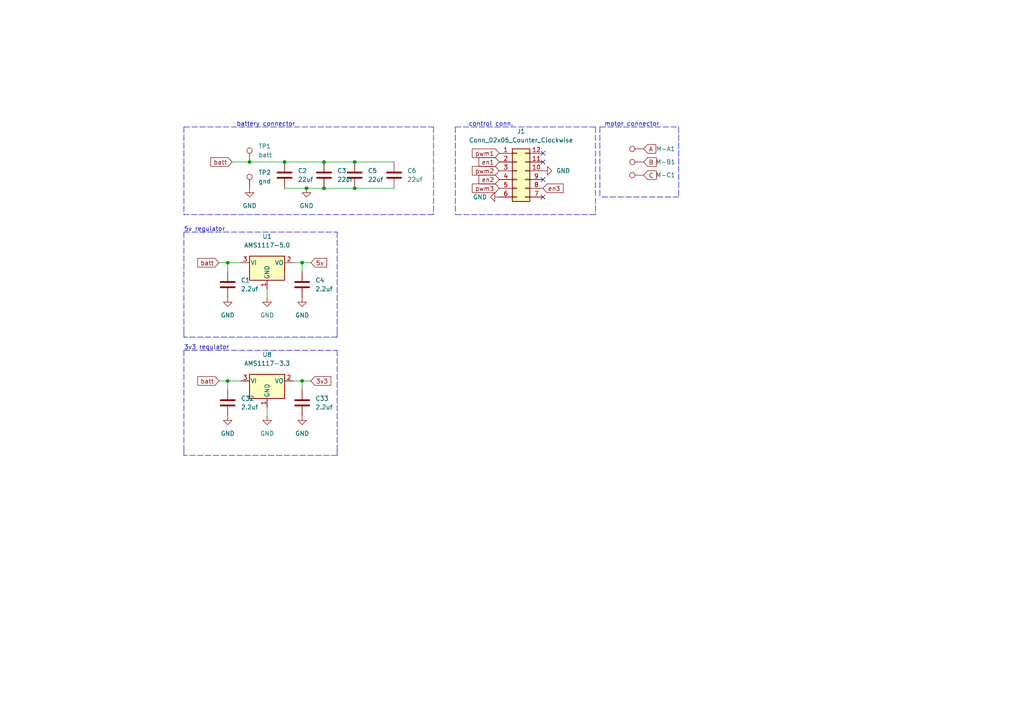
<source format=kicad_sch>
(kicad_sch (version 20211123) (generator eeschema)

  (uuid ef4d01fd-672a-457a-bb01-968dfe5d0381)

  (paper "A4")

  (lib_symbols
    (symbol "Connector:TestPoint" (pin_numbers hide) (pin_names (offset 0.762) hide) (in_bom yes) (on_board yes)
      (property "Reference" "TP" (id 0) (at 0 6.858 0)
        (effects (font (size 1.27 1.27)))
      )
      (property "Value" "TestPoint" (id 1) (at 0 5.08 0)
        (effects (font (size 1.27 1.27)))
      )
      (property "Footprint" "" (id 2) (at 5.08 0 0)
        (effects (font (size 1.27 1.27)) hide)
      )
      (property "Datasheet" "~" (id 3) (at 5.08 0 0)
        (effects (font (size 1.27 1.27)) hide)
      )
      (property "ki_keywords" "test point tp" (id 4) (at 0 0 0)
        (effects (font (size 1.27 1.27)) hide)
      )
      (property "ki_description" "test point" (id 5) (at 0 0 0)
        (effects (font (size 1.27 1.27)) hide)
      )
      (property "ki_fp_filters" "Pin* Test*" (id 6) (at 0 0 0)
        (effects (font (size 1.27 1.27)) hide)
      )
      (symbol "TestPoint_0_1"
        (circle (center 0 3.302) (radius 0.762)
          (stroke (width 0) (type default) (color 0 0 0 0))
          (fill (type none))
        )
      )
      (symbol "TestPoint_1_1"
        (pin passive line (at 0 0 90) (length 2.54)
          (name "1" (effects (font (size 1.27 1.27))))
          (number "1" (effects (font (size 1.27 1.27))))
        )
      )
    )
    (symbol "Connector_Generic:Conn_02x06_Counter_Clockwise" (pin_names (offset 1.016) hide) (in_bom yes) (on_board yes)
      (property "Reference" "J" (id 0) (at 1.27 7.62 0)
        (effects (font (size 1.27 1.27)))
      )
      (property "Value" "Conn_02x06_Counter_Clockwise" (id 1) (at 1.27 -10.16 0)
        (effects (font (size 1.27 1.27)))
      )
      (property "Footprint" "" (id 2) (at 0 0 0)
        (effects (font (size 1.27 1.27)) hide)
      )
      (property "Datasheet" "~" (id 3) (at 0 0 0)
        (effects (font (size 1.27 1.27)) hide)
      )
      (property "ki_keywords" "connector" (id 4) (at 0 0 0)
        (effects (font (size 1.27 1.27)) hide)
      )
      (property "ki_description" "Generic connector, double row, 02x06, counter clockwise pin numbering scheme (similar to DIP package numbering), script generated (kicad-library-utils/schlib/autogen/connector/)" (id 5) (at 0 0 0)
        (effects (font (size 1.27 1.27)) hide)
      )
      (property "ki_fp_filters" "Connector*:*_2x??_*" (id 6) (at 0 0 0)
        (effects (font (size 1.27 1.27)) hide)
      )
      (symbol "Conn_02x06_Counter_Clockwise_1_1"
        (rectangle (start -1.27 -7.493) (end 0 -7.747)
          (stroke (width 0.1524) (type default) (color 0 0 0 0))
          (fill (type none))
        )
        (rectangle (start -1.27 -4.953) (end 0 -5.207)
          (stroke (width 0.1524) (type default) (color 0 0 0 0))
          (fill (type none))
        )
        (rectangle (start -1.27 -2.413) (end 0 -2.667)
          (stroke (width 0.1524) (type default) (color 0 0 0 0))
          (fill (type none))
        )
        (rectangle (start -1.27 0.127) (end 0 -0.127)
          (stroke (width 0.1524) (type default) (color 0 0 0 0))
          (fill (type none))
        )
        (rectangle (start -1.27 2.667) (end 0 2.413)
          (stroke (width 0.1524) (type default) (color 0 0 0 0))
          (fill (type none))
        )
        (rectangle (start -1.27 5.207) (end 0 4.953)
          (stroke (width 0.1524) (type default) (color 0 0 0 0))
          (fill (type none))
        )
        (rectangle (start -1.27 6.35) (end 3.81 -8.89)
          (stroke (width 0.254) (type default) (color 0 0 0 0))
          (fill (type background))
        )
        (rectangle (start 3.81 -7.493) (end 2.54 -7.747)
          (stroke (width 0.1524) (type default) (color 0 0 0 0))
          (fill (type none))
        )
        (rectangle (start 3.81 -4.953) (end 2.54 -5.207)
          (stroke (width 0.1524) (type default) (color 0 0 0 0))
          (fill (type none))
        )
        (rectangle (start 3.81 -2.413) (end 2.54 -2.667)
          (stroke (width 0.1524) (type default) (color 0 0 0 0))
          (fill (type none))
        )
        (rectangle (start 3.81 0.127) (end 2.54 -0.127)
          (stroke (width 0.1524) (type default) (color 0 0 0 0))
          (fill (type none))
        )
        (rectangle (start 3.81 2.667) (end 2.54 2.413)
          (stroke (width 0.1524) (type default) (color 0 0 0 0))
          (fill (type none))
        )
        (rectangle (start 3.81 5.207) (end 2.54 4.953)
          (stroke (width 0.1524) (type default) (color 0 0 0 0))
          (fill (type none))
        )
        (pin passive line (at -5.08 5.08 0) (length 3.81)
          (name "Pin_1" (effects (font (size 1.27 1.27))))
          (number "1" (effects (font (size 1.27 1.27))))
        )
        (pin passive line (at 7.62 0 180) (length 3.81)
          (name "Pin_10" (effects (font (size 1.27 1.27))))
          (number "10" (effects (font (size 1.27 1.27))))
        )
        (pin passive line (at 7.62 2.54 180) (length 3.81)
          (name "Pin_11" (effects (font (size 1.27 1.27))))
          (number "11" (effects (font (size 1.27 1.27))))
        )
        (pin passive line (at 7.62 5.08 180) (length 3.81)
          (name "Pin_12" (effects (font (size 1.27 1.27))))
          (number "12" (effects (font (size 1.27 1.27))))
        )
        (pin passive line (at -5.08 2.54 0) (length 3.81)
          (name "Pin_2" (effects (font (size 1.27 1.27))))
          (number "2" (effects (font (size 1.27 1.27))))
        )
        (pin passive line (at -5.08 0 0) (length 3.81)
          (name "Pin_3" (effects (font (size 1.27 1.27))))
          (number "3" (effects (font (size 1.27 1.27))))
        )
        (pin passive line (at -5.08 -2.54 0) (length 3.81)
          (name "Pin_4" (effects (font (size 1.27 1.27))))
          (number "4" (effects (font (size 1.27 1.27))))
        )
        (pin passive line (at -5.08 -5.08 0) (length 3.81)
          (name "Pin_5" (effects (font (size 1.27 1.27))))
          (number "5" (effects (font (size 1.27 1.27))))
        )
        (pin passive line (at -5.08 -7.62 0) (length 3.81)
          (name "Pin_6" (effects (font (size 1.27 1.27))))
          (number "6" (effects (font (size 1.27 1.27))))
        )
        (pin passive line (at 7.62 -7.62 180) (length 3.81)
          (name "Pin_7" (effects (font (size 1.27 1.27))))
          (number "7" (effects (font (size 1.27 1.27))))
        )
        (pin passive line (at 7.62 -5.08 180) (length 3.81)
          (name "Pin_8" (effects (font (size 1.27 1.27))))
          (number "8" (effects (font (size 1.27 1.27))))
        )
        (pin passive line (at 7.62 -2.54 180) (length 3.81)
          (name "Pin_9" (effects (font (size 1.27 1.27))))
          (number "9" (effects (font (size 1.27 1.27))))
        )
      )
    )
    (symbol "Device:C" (pin_numbers hide) (pin_names (offset 0.254)) (in_bom yes) (on_board yes)
      (property "Reference" "C" (id 0) (at 0.635 2.54 0)
        (effects (font (size 1.27 1.27)) (justify left))
      )
      (property "Value" "C" (id 1) (at 0.635 -2.54 0)
        (effects (font (size 1.27 1.27)) (justify left))
      )
      (property "Footprint" "" (id 2) (at 0.9652 -3.81 0)
        (effects (font (size 1.27 1.27)) hide)
      )
      (property "Datasheet" "~" (id 3) (at 0 0 0)
        (effects (font (size 1.27 1.27)) hide)
      )
      (property "ki_keywords" "cap capacitor" (id 4) (at 0 0 0)
        (effects (font (size 1.27 1.27)) hide)
      )
      (property "ki_description" "Unpolarized capacitor" (id 5) (at 0 0 0)
        (effects (font (size 1.27 1.27)) hide)
      )
      (property "ki_fp_filters" "C_*" (id 6) (at 0 0 0)
        (effects (font (size 1.27 1.27)) hide)
      )
      (symbol "C_0_1"
        (polyline
          (pts
            (xy -2.032 -0.762)
            (xy 2.032 -0.762)
          )
          (stroke (width 0.508) (type default) (color 0 0 0 0))
          (fill (type none))
        )
        (polyline
          (pts
            (xy -2.032 0.762)
            (xy 2.032 0.762)
          )
          (stroke (width 0.508) (type default) (color 0 0 0 0))
          (fill (type none))
        )
      )
      (symbol "C_1_1"
        (pin passive line (at 0 3.81 270) (length 2.794)
          (name "~" (effects (font (size 1.27 1.27))))
          (number "1" (effects (font (size 1.27 1.27))))
        )
        (pin passive line (at 0 -3.81 90) (length 2.794)
          (name "~" (effects (font (size 1.27 1.27))))
          (number "2" (effects (font (size 1.27 1.27))))
        )
      )
    )
    (symbol "Regulator_Linear:AMS1117-3.3" (pin_names (offset 0.254)) (in_bom yes) (on_board yes)
      (property "Reference" "U" (id 0) (at -3.81 3.175 0)
        (effects (font (size 1.27 1.27)))
      )
      (property "Value" "AMS1117-3.3" (id 1) (at 0 3.175 0)
        (effects (font (size 1.27 1.27)) (justify left))
      )
      (property "Footprint" "Package_TO_SOT_SMD:SOT-223-3_TabPin2" (id 2) (at 0 5.08 0)
        (effects (font (size 1.27 1.27)) hide)
      )
      (property "Datasheet" "http://www.advanced-monolithic.com/pdf/ds1117.pdf" (id 3) (at 2.54 -6.35 0)
        (effects (font (size 1.27 1.27)) hide)
      )
      (property "ki_keywords" "linear regulator ldo fixed positive" (id 4) (at 0 0 0)
        (effects (font (size 1.27 1.27)) hide)
      )
      (property "ki_description" "1A Low Dropout regulator, positive, 3.3V fixed output, SOT-223" (id 5) (at 0 0 0)
        (effects (font (size 1.27 1.27)) hide)
      )
      (property "ki_fp_filters" "SOT?223*TabPin2*" (id 6) (at 0 0 0)
        (effects (font (size 1.27 1.27)) hide)
      )
      (symbol "AMS1117-3.3_0_1"
        (rectangle (start -5.08 -5.08) (end 5.08 1.905)
          (stroke (width 0.254) (type default) (color 0 0 0 0))
          (fill (type background))
        )
      )
      (symbol "AMS1117-3.3_1_1"
        (pin power_in line (at 0 -7.62 90) (length 2.54)
          (name "GND" (effects (font (size 1.27 1.27))))
          (number "1" (effects (font (size 1.27 1.27))))
        )
        (pin power_out line (at 7.62 0 180) (length 2.54)
          (name "VO" (effects (font (size 1.27 1.27))))
          (number "2" (effects (font (size 1.27 1.27))))
        )
        (pin power_in line (at -7.62 0 0) (length 2.54)
          (name "VI" (effects (font (size 1.27 1.27))))
          (number "3" (effects (font (size 1.27 1.27))))
        )
      )
    )
    (symbol "Regulator_Linear:AMS1117-5.0" (pin_names (offset 0.254)) (in_bom yes) (on_board yes)
      (property "Reference" "U" (id 0) (at -3.81 3.175 0)
        (effects (font (size 1.27 1.27)))
      )
      (property "Value" "AMS1117-5.0" (id 1) (at 0 3.175 0)
        (effects (font (size 1.27 1.27)) (justify left))
      )
      (property "Footprint" "Package_TO_SOT_SMD:SOT-223-3_TabPin2" (id 2) (at 0 5.08 0)
        (effects (font (size 1.27 1.27)) hide)
      )
      (property "Datasheet" "http://www.advanced-monolithic.com/pdf/ds1117.pdf" (id 3) (at 2.54 -6.35 0)
        (effects (font (size 1.27 1.27)) hide)
      )
      (property "ki_keywords" "linear regulator ldo fixed positive" (id 4) (at 0 0 0)
        (effects (font (size 1.27 1.27)) hide)
      )
      (property "ki_description" "1A Low Dropout regulator, positive, 5.0V fixed output, SOT-223" (id 5) (at 0 0 0)
        (effects (font (size 1.27 1.27)) hide)
      )
      (property "ki_fp_filters" "SOT?223*TabPin2*" (id 6) (at 0 0 0)
        (effects (font (size 1.27 1.27)) hide)
      )
      (symbol "AMS1117-5.0_0_1"
        (rectangle (start -5.08 -5.08) (end 5.08 1.905)
          (stroke (width 0.254) (type default) (color 0 0 0 0))
          (fill (type background))
        )
      )
      (symbol "AMS1117-5.0_1_1"
        (pin power_in line (at 0 -7.62 90) (length 2.54)
          (name "GND" (effects (font (size 1.27 1.27))))
          (number "1" (effects (font (size 1.27 1.27))))
        )
        (pin power_out line (at 7.62 0 180) (length 2.54)
          (name "VO" (effects (font (size 1.27 1.27))))
          (number "2" (effects (font (size 1.27 1.27))))
        )
        (pin power_in line (at -7.62 0 0) (length 2.54)
          (name "VI" (effects (font (size 1.27 1.27))))
          (number "3" (effects (font (size 1.27 1.27))))
        )
      )
    )
    (symbol "power:GND" (power) (pin_names (offset 0)) (in_bom yes) (on_board yes)
      (property "Reference" "#PWR" (id 0) (at 0 -6.35 0)
        (effects (font (size 1.27 1.27)) hide)
      )
      (property "Value" "GND" (id 1) (at 0 -3.81 0)
        (effects (font (size 1.27 1.27)))
      )
      (property "Footprint" "" (id 2) (at 0 0 0)
        (effects (font (size 1.27 1.27)) hide)
      )
      (property "Datasheet" "" (id 3) (at 0 0 0)
        (effects (font (size 1.27 1.27)) hide)
      )
      (property "ki_keywords" "power-flag" (id 4) (at 0 0 0)
        (effects (font (size 1.27 1.27)) hide)
      )
      (property "ki_description" "Power symbol creates a global label with name \"GND\" , ground" (id 5) (at 0 0 0)
        (effects (font (size 1.27 1.27)) hide)
      )
      (symbol "GND_0_1"
        (polyline
          (pts
            (xy 0 0)
            (xy 0 -1.27)
            (xy 1.27 -1.27)
            (xy 0 -2.54)
            (xy -1.27 -1.27)
            (xy 0 -1.27)
          )
          (stroke (width 0) (type default) (color 0 0 0 0))
          (fill (type none))
        )
      )
      (symbol "GND_1_1"
        (pin power_in line (at 0 0 270) (length 0) hide
          (name "GND" (effects (font (size 1.27 1.27))))
          (number "1" (effects (font (size 1.27 1.27))))
        )
      )
    )
  )


  (junction (at 102.87 54.61) (diameter 0) (color 0 0 0 0)
    (uuid 0b22409c-6519-451a-aa39-2146edb91c07)
  )
  (junction (at 93.98 54.61) (diameter 0) (color 0 0 0 0)
    (uuid 28054ed0-d342-4a0b-849c-c77dd0226ba6)
  )
  (junction (at 72.39 46.99) (diameter 0) (color 0 0 0 0)
    (uuid 3bc3c390-b1cc-4b4f-89da-f6fcbe6abe5c)
  )
  (junction (at 66.04 110.49) (diameter 0) (color 0 0 0 0)
    (uuid 6599eff4-9fef-42c6-83ae-144af2bdd1e4)
  )
  (junction (at 87.63 110.49) (diameter 0) (color 0 0 0 0)
    (uuid aa4c1868-8209-423c-a058-f712b50afc48)
  )
  (junction (at 88.9 54.61) (diameter 0) (color 0 0 0 0)
    (uuid af2faaf1-5cdd-4f5b-bd0a-83082e7c18e7)
  )
  (junction (at 93.98 46.99) (diameter 0) (color 0 0 0 0)
    (uuid b81ceff2-60c5-41e1-a74f-69efb7d7fba2)
  )
  (junction (at 87.63 76.2) (diameter 0) (color 0 0 0 0)
    (uuid b9785658-870a-455f-a37a-9e39cff0b310)
  )
  (junction (at 82.55 46.99) (diameter 0) (color 0 0 0 0)
    (uuid c625850d-cccf-401a-9a93-43c7638aac08)
  )
  (junction (at 66.04 76.2) (diameter 0) (color 0 0 0 0)
    (uuid df3f9750-b962-4603-b8a0-250e25e85665)
  )
  (junction (at 102.87 46.99) (diameter 0) (color 0 0 0 0)
    (uuid eebf7a13-11a2-480f-bed3-2be9df591ab2)
  )

  (no_connect (at 157.48 44.45) (uuid 2fce4c12-63d3-4b0a-a384-c9e523fbebda))
  (no_connect (at 157.48 57.15) (uuid 70eeb8e6-d520-4a1a-be7d-c02e880a35ed))
  (no_connect (at 157.48 46.99) (uuid 9882c355-b366-4cfe-85c3-c4e539a428f2))
  (no_connect (at 157.48 52.07) (uuid c9625721-3828-4339-9b32-75ac448c9547))

  (polyline (pts (xy 196.85 36.83) (xy 196.85 57.15))
    (stroke (width 0) (type default) (color 0 0 0 0))
    (uuid 06dab978-9b97-4af2-9040-0594eb7f93c0)
  )

  (wire (pts (xy 82.55 54.61) (xy 88.9 54.61))
    (stroke (width 0) (type default) (color 0 0 0 0))
    (uuid 0c34bfa5-aa6c-44bc-9317-fc51f2266fa7)
  )
  (polyline (pts (xy 173.99 36.83) (xy 196.85 36.83))
    (stroke (width 0) (type default) (color 0 0 0 0))
    (uuid 0f71705b-e3ff-4316-88ca-57acc43f047a)
  )
  (polyline (pts (xy 125.73 36.83) (xy 125.73 62.23))
    (stroke (width 0) (type default) (color 0 0 0 0))
    (uuid 0fbf0f46-ccb9-418a-8df2-8376c6a05aca)
  )
  (polyline (pts (xy 132.08 36.83) (xy 172.72 36.83))
    (stroke (width 0) (type default) (color 0 0 0 0))
    (uuid 10bc1530-5600-4d07-801c-fdf4029922d4)
  )

  (wire (pts (xy 63.5 110.49) (xy 66.04 110.49))
    (stroke (width 0) (type default) (color 0 0 0 0))
    (uuid 16dc8b12-136a-4635-b4e9-e9c0ae009457)
  )
  (polyline (pts (xy 53.34 130.81) (xy 53.34 132.08))
    (stroke (width 0) (type default) (color 0 0 0 0))
    (uuid 2184485f-1868-40f2-97da-95e738e935b3)
  )

  (wire (pts (xy 72.39 46.99) (xy 82.55 46.99))
    (stroke (width 0) (type default) (color 0 0 0 0))
    (uuid 21854905-e9fa-4602-a7e7-0c1b3551bcb9)
  )
  (polyline (pts (xy 97.79 96.52) (xy 97.79 97.79))
    (stroke (width 0) (type default) (color 0 0 0 0))
    (uuid 233b53da-68c6-47ac-9561-7cb1beff5451)
  )
  (polyline (pts (xy 53.34 101.6) (xy 53.34 130.81))
    (stroke (width 0) (type default) (color 0 0 0 0))
    (uuid 24e60333-9c03-4bf9-bd59-43da4ae32948)
  )
  (polyline (pts (xy 53.34 96.52) (xy 53.34 97.79))
    (stroke (width 0) (type default) (color 0 0 0 0))
    (uuid 2e7814d6-3e36-41a2-8f0f-2dfab2342de0)
  )
  (polyline (pts (xy 97.79 67.31) (xy 97.79 96.52))
    (stroke (width 0) (type default) (color 0 0 0 0))
    (uuid 330390b5-e672-4c0a-9213-e138481e8064)
  )

  (wire (pts (xy 87.63 76.2) (xy 87.63 78.74))
    (stroke (width 0) (type default) (color 0 0 0 0))
    (uuid 389e1c7e-bf40-44c5-ae7e-9893049ceb2d)
  )
  (wire (pts (xy 93.98 54.61) (xy 102.87 54.61))
    (stroke (width 0) (type default) (color 0 0 0 0))
    (uuid 39414193-875b-447f-9a5a-33444853b842)
  )
  (wire (pts (xy 77.47 83.82) (xy 77.47 86.36))
    (stroke (width 0) (type default) (color 0 0 0 0))
    (uuid 463f053a-247a-483d-b1f2-8bfe830a29e8)
  )
  (wire (pts (xy 66.04 110.49) (xy 66.04 113.03))
    (stroke (width 0) (type default) (color 0 0 0 0))
    (uuid 47b141b9-c49f-4f60-8db5-6b201e7a1fd4)
  )
  (wire (pts (xy 93.98 46.99) (xy 102.87 46.99))
    (stroke (width 0) (type default) (color 0 0 0 0))
    (uuid 496ac80a-882f-4a6e-b233-d06567eb915a)
  )
  (polyline (pts (xy 97.79 97.79) (xy 53.34 97.79))
    (stroke (width 0) (type default) (color 0 0 0 0))
    (uuid 4c51b5ee-e4c5-4a58-9bdb-dbb956b45aa6)
  )
  (polyline (pts (xy 53.34 101.6) (xy 97.79 101.6))
    (stroke (width 0) (type default) (color 0 0 0 0))
    (uuid 54619f13-f6c1-434e-9fd5-a14d1dcbbe4f)
  )
  (polyline (pts (xy 53.34 67.31) (xy 97.79 67.31))
    (stroke (width 0) (type default) (color 0 0 0 0))
    (uuid 58e74ed9-1afb-4d40-992e-c9878d841852)
  )
  (polyline (pts (xy 53.34 36.83) (xy 53.34 62.23))
    (stroke (width 0) (type default) (color 0 0 0 0))
    (uuid 59813acd-ef3b-4de3-9c6d-895646672cf2)
  )
  (polyline (pts (xy 172.72 62.23) (xy 132.08 62.23))
    (stroke (width 0) (type default) (color 0 0 0 0))
    (uuid 5ea72781-94e1-4db6-9e3e-437dec54d4e9)
  )

  (wire (pts (xy 66.04 76.2) (xy 66.04 78.74))
    (stroke (width 0) (type default) (color 0 0 0 0))
    (uuid 6d876f70-8374-42d1-af0f-7cae0e993939)
  )
  (polyline (pts (xy 97.79 132.08) (xy 53.34 132.08))
    (stroke (width 0) (type default) (color 0 0 0 0))
    (uuid 6dbb1447-3902-41a0-9703-ab475cb5324a)
  )

  (wire (pts (xy 85.09 110.49) (xy 87.63 110.49))
    (stroke (width 0) (type default) (color 0 0 0 0))
    (uuid 6fb0dcb1-e01d-4864-833d-2c6ccbacf343)
  )
  (wire (pts (xy 66.04 110.49) (xy 69.85 110.49))
    (stroke (width 0) (type default) (color 0 0 0 0))
    (uuid 70b77eff-f21c-48a5-840c-6b9ea8729c1a)
  )
  (polyline (pts (xy 97.79 130.81) (xy 97.79 132.08))
    (stroke (width 0) (type default) (color 0 0 0 0))
    (uuid 71986d7e-7842-424e-bc26-05308bacb348)
  )

  (wire (pts (xy 87.63 110.49) (xy 90.17 110.49))
    (stroke (width 0) (type default) (color 0 0 0 0))
    (uuid 7baa847c-9d68-4328-95e7-1e069e74388d)
  )
  (polyline (pts (xy 172.72 36.83) (xy 172.72 62.23))
    (stroke (width 0) (type default) (color 0 0 0 0))
    (uuid 7e9a0f88-4d95-4188-9ebd-6d76fc079917)
  )

  (wire (pts (xy 85.09 76.2) (xy 87.63 76.2))
    (stroke (width 0) (type default) (color 0 0 0 0))
    (uuid 7f2efdac-f63a-4842-a8bd-11b1c045c007)
  )
  (wire (pts (xy 82.55 46.99) (xy 93.98 46.99))
    (stroke (width 0) (type default) (color 0 0 0 0))
    (uuid 81f0791f-ec1b-4de6-9771-9a07542797be)
  )
  (wire (pts (xy 88.9 54.61) (xy 93.98 54.61))
    (stroke (width 0) (type default) (color 0 0 0 0))
    (uuid 8a2a9580-0b94-46dc-90de-35147c8ac19e)
  )
  (polyline (pts (xy 53.34 67.31) (xy 53.34 96.52))
    (stroke (width 0) (type default) (color 0 0 0 0))
    (uuid a91f98f9-3930-44e9-b27c-f45fc9afbe24)
  )

  (wire (pts (xy 63.5 76.2) (xy 66.04 76.2))
    (stroke (width 0) (type default) (color 0 0 0 0))
    (uuid a9b462e9-47ce-4fde-baf5-5471a84f374e)
  )
  (polyline (pts (xy 132.08 36.83) (xy 132.08 62.23))
    (stroke (width 0) (type default) (color 0 0 0 0))
    (uuid aa69abed-27be-4ec7-b80c-61a722d2a3c1)
  )
  (polyline (pts (xy 53.34 36.83) (xy 125.73 36.83))
    (stroke (width 0) (type default) (color 0 0 0 0))
    (uuid aad36ba6-cb46-445c-b543-6f3ed17697d0)
  )

  (wire (pts (xy 87.63 76.2) (xy 90.17 76.2))
    (stroke (width 0) (type default) (color 0 0 0 0))
    (uuid b217284f-f7d2-42c5-a614-8b0f37385cc5)
  )
  (polyline (pts (xy 196.85 57.15) (xy 173.99 57.15))
    (stroke (width 0) (type default) (color 0 0 0 0))
    (uuid cd1ffe78-77ef-4926-b8c6-fb28686113b9)
  )

  (wire (pts (xy 77.47 118.11) (xy 77.47 120.65))
    (stroke (width 0) (type default) (color 0 0 0 0))
    (uuid d56e250d-b920-42c3-90fa-9ab881563d0b)
  )
  (wire (pts (xy 102.87 54.61) (xy 114.3 54.61))
    (stroke (width 0) (type default) (color 0 0 0 0))
    (uuid d6869c1e-c313-48a2-a784-d3f5baa92e83)
  )
  (wire (pts (xy 102.87 46.99) (xy 114.3 46.99))
    (stroke (width 0) (type default) (color 0 0 0 0))
    (uuid d7e8e2f4-d0ad-4843-b89a-d4558f57535e)
  )
  (polyline (pts (xy 173.99 36.83) (xy 173.99 57.15))
    (stroke (width 0) (type default) (color 0 0 0 0))
    (uuid d8b18861-8a04-49e6-81ce-c8bbbaf9555b)
  )

  (wire (pts (xy 87.63 110.49) (xy 87.63 113.03))
    (stroke (width 0) (type default) (color 0 0 0 0))
    (uuid eb09125a-ac21-4cee-b62f-8ef7799dfedc)
  )
  (polyline (pts (xy 97.79 101.6) (xy 97.79 130.81))
    (stroke (width 0) (type default) (color 0 0 0 0))
    (uuid f0c96c31-f014-45b9-941b-a7a5ae68e455)
  )

  (wire (pts (xy 67.31 46.99) (xy 72.39 46.99))
    (stroke (width 0) (type default) (color 0 0 0 0))
    (uuid f417b79c-3827-44c7-b845-8aa0eabb5db5)
  )
  (polyline (pts (xy 125.73 62.23) (xy 53.34 62.23))
    (stroke (width 0) (type default) (color 0 0 0 0))
    (uuid f662d33e-c2e0-439b-afca-4e0c11c1c5a5)
  )

  (wire (pts (xy 66.04 76.2) (xy 69.85 76.2))
    (stroke (width 0) (type default) (color 0 0 0 0))
    (uuid fb0273b7-10dd-4da4-94a8-68b7ffe80813)
  )

  (text "5v regulator\n" (at 53.34 67.31 0)
    (effects (font (size 1.27 1.27)) (justify left bottom))
    (uuid 02545090-e912-4c0e-ad0d-84cb3d04688a)
  )
  (text "battery connector" (at 68.58 36.83 0)
    (effects (font (size 1.27 1.27)) (justify left bottom))
    (uuid 46a431da-8c7a-406b-98e6-41a963df5cb9)
  )
  (text "3v3 regulator\n" (at 53.34 101.6 0)
    (effects (font (size 1.27 1.27)) (justify left bottom))
    (uuid 636ca0c6-fe5e-4734-add7-08d801e4c417)
  )
  (text "motor connector\n" (at 175.26 36.83 0)
    (effects (font (size 1.27 1.27)) (justify left bottom))
    (uuid a1696558-fa14-4123-abbd-cc812db7eac6)
  )
  (text "control conn.\n" (at 135.89 36.83 0)
    (effects (font (size 1.27 1.27)) (justify left bottom))
    (uuid f4ff94e5-9141-4f55-bd2a-ff3abea5fc67)
  )

  (global_label "B" (shape input) (at 186.69 46.99 0) (fields_autoplaced)
    (effects (font (size 1.27 1.27)) (justify left))
    (uuid 0cab7685-4025-4d79-b6bc-46e82df47d2b)
    (property "Intersheet References" "${INTERSHEET_REFS}" (id 0) (at 190.3731 46.9106 0)
      (effects (font (size 1.27 1.27)) (justify left) hide)
    )
  )
  (global_label "A" (shape input) (at 186.69 43.18 0) (fields_autoplaced)
    (effects (font (size 1.27 1.27)) (justify left))
    (uuid 142392cb-6098-4a56-aceb-9435918b3aa6)
    (property "Intersheet References" "${INTERSHEET_REFS}" (id 0) (at 190.1917 43.1006 0)
      (effects (font (size 1.27 1.27)) (justify left) hide)
    )
  )
  (global_label "en2" (shape input) (at 144.78 52.07 180) (fields_autoplaced)
    (effects (font (size 1.27 1.27)) (justify right))
    (uuid 2d18f7f6-2ef0-43f5-835c-a341953ca654)
    (property "Intersheet References" "${INTERSHEET_REFS}" (id 0) (at 138.9198 52.1494 0)
      (effects (font (size 1.27 1.27)) (justify right) hide)
    )
  )
  (global_label "pwm3" (shape input) (at 144.78 54.61 180) (fields_autoplaced)
    (effects (font (size 1.27 1.27)) (justify right))
    (uuid 474dee23-7c2a-4ddd-b0e7-8ab4de2fb215)
    (property "Intersheet References" "${INTERSHEET_REFS}" (id 0) (at 136.9845 54.6894 0)
      (effects (font (size 1.27 1.27)) (justify right) hide)
    )
  )
  (global_label "pwm2" (shape input) (at 144.78 49.53 180) (fields_autoplaced)
    (effects (font (size 1.27 1.27)) (justify right))
    (uuid 7a41d9d8-0130-43e0-a7b3-a28dd922e1b1)
    (property "Intersheet References" "${INTERSHEET_REFS}" (id 0) (at 136.9845 49.6094 0)
      (effects (font (size 1.27 1.27)) (justify right) hide)
    )
  )
  (global_label "batt" (shape input) (at 63.5 76.2 180) (fields_autoplaced)
    (effects (font (size 1.27 1.27)) (justify right))
    (uuid 7ea8b09a-b1b5-4ce0-a07b-27f1a57d4fee)
    (property "Intersheet References" "${INTERSHEET_REFS}" (id 0) (at 57.3374 76.1206 0)
      (effects (font (size 1.27 1.27)) (justify right) hide)
    )
  )
  (global_label "5v" (shape input) (at 90.17 76.2 0) (fields_autoplaced)
    (effects (font (size 1.27 1.27)) (justify left))
    (uuid 8714d873-2545-42c4-8dc8-e1f900d20f65)
    (property "Intersheet References" "${INTERSHEET_REFS}" (id 0) (at 94.7602 76.1206 0)
      (effects (font (size 1.27 1.27)) (justify left) hide)
    )
  )
  (global_label "batt" (shape input) (at 63.5 110.49 180) (fields_autoplaced)
    (effects (font (size 1.27 1.27)) (justify right))
    (uuid a39daf89-b842-4a5f-8be0-bdce1051e296)
    (property "Intersheet References" "${INTERSHEET_REFS}" (id 0) (at 57.3374 110.4106 0)
      (effects (font (size 1.27 1.27)) (justify right) hide)
    )
  )
  (global_label "en1" (shape input) (at 144.78 46.99 180) (fields_autoplaced)
    (effects (font (size 1.27 1.27)) (justify right))
    (uuid a8a45c91-9c47-4f81-9080-6a7e6918a33f)
    (property "Intersheet References" "${INTERSHEET_REFS}" (id 0) (at 138.9198 47.0694 0)
      (effects (font (size 1.27 1.27)) (justify right) hide)
    )
  )
  (global_label "C" (shape input) (at 186.69 50.8 0) (fields_autoplaced)
    (effects (font (size 1.27 1.27)) (justify left))
    (uuid b120c68b-bd41-454c-8191-71f93dfd238a)
    (property "Intersheet References" "${INTERSHEET_REFS}" (id 0) (at 190.3731 50.7206 0)
      (effects (font (size 1.27 1.27)) (justify left) hide)
    )
  )
  (global_label "3v3" (shape input) (at 90.17 110.49 0) (fields_autoplaced)
    (effects (font (size 1.27 1.27)) (justify left))
    (uuid bc37ff74-fc9d-4023-9980-822e827363e7)
    (property "Intersheet References" "${INTERSHEET_REFS}" (id 0) (at 95.9698 110.4106 0)
      (effects (font (size 1.27 1.27)) (justify left) hide)
    )
  )
  (global_label "pwm1" (shape input) (at 144.78 44.45 180) (fields_autoplaced)
    (effects (font (size 1.27 1.27)) (justify right))
    (uuid c556f99c-add3-4526-981b-ac81d7c4d71a)
    (property "Intersheet References" "${INTERSHEET_REFS}" (id 0) (at 136.9845 44.5294 0)
      (effects (font (size 1.27 1.27)) (justify right) hide)
    )
  )
  (global_label "en3" (shape input) (at 157.48 54.61 0) (fields_autoplaced)
    (effects (font (size 1.27 1.27)) (justify left))
    (uuid ebc7344e-7551-444e-ae87-3b711c4f4a5d)
    (property "Intersheet References" "${INTERSHEET_REFS}" (id 0) (at 163.3402 54.5306 0)
      (effects (font (size 1.27 1.27)) (justify left) hide)
    )
  )
  (global_label "batt" (shape input) (at 67.31 46.99 180) (fields_autoplaced)
    (effects (font (size 1.27 1.27)) (justify right))
    (uuid fbd80fa0-d9d9-4f1f-9d9c-a9850a33c8e8)
    (property "Intersheet References" "${INTERSHEET_REFS}" (id 0) (at 61.1474 46.9106 0)
      (effects (font (size 1.27 1.27)) (justify right) hide)
    )
  )

  (symbol (lib_id "Device:C") (at 66.04 116.84 0) (unit 1)
    (in_bom yes) (on_board yes) (fields_autoplaced)
    (uuid 045a6ef1-2947-4938-a0a0-9c1b0ee9859d)
    (property "Reference" "C32" (id 0) (at 69.85 115.5699 0)
      (effects (font (size 1.27 1.27)) (justify left))
    )
    (property "Value" "2.2uf" (id 1) (at 69.85 118.1099 0)
      (effects (font (size 1.27 1.27)) (justify left))
    )
    (property "Footprint" "Capacitor_SMD:C_0603_1608Metric" (id 2) (at 67.0052 120.65 0)
      (effects (font (size 1.27 1.27)) hide)
    )
    (property "Datasheet" "~" (id 3) (at 66.04 116.84 0)
      (effects (font (size 1.27 1.27)) hide)
    )
    (pin "1" (uuid 348aec99-0517-4cbc-89bf-a168f32674cf))
    (pin "2" (uuid 7a72be17-9cc5-4d34-972c-36589bf1c07b))
  )

  (symbol (lib_id "Device:C") (at 93.98 50.8 0) (unit 1)
    (in_bom yes) (on_board yes) (fields_autoplaced)
    (uuid 3793df1e-ea61-4d15-819f-c7f7927bbde3)
    (property "Reference" "C3" (id 0) (at 97.79 49.5299 0)
      (effects (font (size 1.27 1.27)) (justify left))
    )
    (property "Value" "22uf" (id 1) (at 97.79 52.0699 0)
      (effects (font (size 1.27 1.27)) (justify left))
    )
    (property "Footprint" "Capacitor_SMD:C_0603_1608Metric" (id 2) (at 94.9452 54.61 0)
      (effects (font (size 1.27 1.27)) hide)
    )
    (property "Datasheet" "~" (id 3) (at 93.98 50.8 0)
      (effects (font (size 1.27 1.27)) hide)
    )
    (pin "1" (uuid b3f5d789-f270-4c08-a011-ea1e956ec430))
    (pin "2" (uuid 090c42d1-58cd-47cd-9918-999d88bedf7e))
  )

  (symbol (lib_id "Connector:TestPoint") (at 186.69 50.8 90) (unit 1)
    (in_bom yes) (on_board yes)
    (uuid 3be94939-f8fc-4e46-af81-d197b0c2379b)
    (property "Reference" "M-C1" (id 0) (at 193.04 50.8 90))
    (property "Value" "TestPoint" (id 1) (at 176.53 50.8 90)
      (effects (font (size 1.27 1.27)) hide)
    )
    (property "Footprint" "TestPoint:TestPoint_Pad_D2.5mm" (id 2) (at 186.69 45.72 0)
      (effects (font (size 1.27 1.27)) hide)
    )
    (property "Datasheet" "~" (id 3) (at 186.69 45.72 0)
      (effects (font (size 1.27 1.27)) hide)
    )
    (pin "1" (uuid 151aee2d-ebeb-4d5f-b62c-2bfe8bbe4615))
  )

  (symbol (lib_id "power:GND") (at 77.47 120.65 0) (unit 1)
    (in_bom yes) (on_board yes) (fields_autoplaced)
    (uuid 4364a581-007c-4600-ac51-aba7e3ce1504)
    (property "Reference" "#PWR0135" (id 0) (at 77.47 127 0)
      (effects (font (size 1.27 1.27)) hide)
    )
    (property "Value" "GND" (id 1) (at 77.47 125.73 0))
    (property "Footprint" "" (id 2) (at 77.47 120.65 0)
      (effects (font (size 1.27 1.27)) hide)
    )
    (property "Datasheet" "" (id 3) (at 77.47 120.65 0)
      (effects (font (size 1.27 1.27)) hide)
    )
    (pin "1" (uuid f23a0ad5-9d28-4a74-b3fc-b370223d0093))
  )

  (symbol (lib_id "Device:C") (at 87.63 116.84 0) (unit 1)
    (in_bom yes) (on_board yes) (fields_autoplaced)
    (uuid 4b4bd92a-0ee3-4882-b119-bd3ab5b56b86)
    (property "Reference" "C33" (id 0) (at 91.44 115.5699 0)
      (effects (font (size 1.27 1.27)) (justify left))
    )
    (property "Value" "2.2uf" (id 1) (at 91.44 118.1099 0)
      (effects (font (size 1.27 1.27)) (justify left))
    )
    (property "Footprint" "Capacitor_SMD:C_0603_1608Metric" (id 2) (at 88.5952 120.65 0)
      (effects (font (size 1.27 1.27)) hide)
    )
    (property "Datasheet" "~" (id 3) (at 87.63 116.84 0)
      (effects (font (size 1.27 1.27)) hide)
    )
    (pin "1" (uuid c6d4c821-3f20-436e-9590-be5cc356004a))
    (pin "2" (uuid fbdd89a9-4246-497f-ac16-91eaaa66a7e2))
  )

  (symbol (lib_id "Device:C") (at 82.55 50.8 0) (unit 1)
    (in_bom yes) (on_board yes) (fields_autoplaced)
    (uuid 5ace436c-6390-4a14-b3fe-a7bf87754aab)
    (property "Reference" "C2" (id 0) (at 86.36 49.5299 0)
      (effects (font (size 1.27 1.27)) (justify left))
    )
    (property "Value" "22uf" (id 1) (at 86.36 52.0699 0)
      (effects (font (size 1.27 1.27)) (justify left))
    )
    (property "Footprint" "Capacitor_SMD:C_0603_1608Metric" (id 2) (at 83.5152 54.61 0)
      (effects (font (size 1.27 1.27)) hide)
    )
    (property "Datasheet" "~" (id 3) (at 82.55 50.8 0)
      (effects (font (size 1.27 1.27)) hide)
    )
    (pin "1" (uuid f7f31e6f-4dd5-4bcb-a62c-ef047e3419b9))
    (pin "2" (uuid 62fa7c5a-9e4b-45ab-9658-9acfe559692c))
  )

  (symbol (lib_id "power:GND") (at 77.47 86.36 0) (unit 1)
    (in_bom yes) (on_board yes) (fields_autoplaced)
    (uuid 6b30f4a7-73a0-4850-894b-1353f6e56197)
    (property "Reference" "#PWR0107" (id 0) (at 77.47 92.71 0)
      (effects (font (size 1.27 1.27)) hide)
    )
    (property "Value" "GND" (id 1) (at 77.47 91.44 0))
    (property "Footprint" "" (id 2) (at 77.47 86.36 0)
      (effects (font (size 1.27 1.27)) hide)
    )
    (property "Datasheet" "" (id 3) (at 77.47 86.36 0)
      (effects (font (size 1.27 1.27)) hide)
    )
    (pin "1" (uuid aacd8e1c-faa5-4dae-868c-8c17cf8c3fe5))
  )

  (symbol (lib_id "power:GND") (at 72.39 54.61 0) (unit 1)
    (in_bom yes) (on_board yes) (fields_autoplaced)
    (uuid 7396a371-0c27-4b74-a466-a2ab60d10295)
    (property "Reference" "#PWR0102" (id 0) (at 72.39 60.96 0)
      (effects (font (size 1.27 1.27)) hide)
    )
    (property "Value" "GND" (id 1) (at 72.39 59.69 0))
    (property "Footprint" "" (id 2) (at 72.39 54.61 0)
      (effects (font (size 1.27 1.27)) hide)
    )
    (property "Datasheet" "" (id 3) (at 72.39 54.61 0)
      (effects (font (size 1.27 1.27)) hide)
    )
    (pin "1" (uuid 889dfb6f-55c5-4fae-9c87-b64d8fb29903))
  )

  (symbol (lib_id "power:GND") (at 66.04 120.65 0) (unit 1)
    (in_bom yes) (on_board yes) (fields_autoplaced)
    (uuid 7cdfa1b2-9009-4a9d-b0ab-06998d2ebb86)
    (property "Reference" "#PWR0134" (id 0) (at 66.04 127 0)
      (effects (font (size 1.27 1.27)) hide)
    )
    (property "Value" "GND" (id 1) (at 66.04 125.73 0))
    (property "Footprint" "" (id 2) (at 66.04 120.65 0)
      (effects (font (size 1.27 1.27)) hide)
    )
    (property "Datasheet" "" (id 3) (at 66.04 120.65 0)
      (effects (font (size 1.27 1.27)) hide)
    )
    (pin "1" (uuid 710d138d-7705-4e50-965a-9e87c20fe0c8))
  )

  (symbol (lib_id "power:GND") (at 88.9 54.61 0) (unit 1)
    (in_bom yes) (on_board yes) (fields_autoplaced)
    (uuid 90770f6a-c3a1-4a53-9670-6e35a2251eb6)
    (property "Reference" "#PWR0101" (id 0) (at 88.9 60.96 0)
      (effects (font (size 1.27 1.27)) hide)
    )
    (property "Value" "GND" (id 1) (at 88.9 59.69 0))
    (property "Footprint" "" (id 2) (at 88.9 54.61 0)
      (effects (font (size 1.27 1.27)) hide)
    )
    (property "Datasheet" "" (id 3) (at 88.9 54.61 0)
      (effects (font (size 1.27 1.27)) hide)
    )
    (pin "1" (uuid 89c90654-81ef-4d00-be2c-ff733eb1ebf6))
  )

  (symbol (lib_id "Connector_Generic:Conn_02x06_Counter_Clockwise") (at 149.86 49.53 0) (unit 1)
    (in_bom yes) (on_board yes) (fields_autoplaced)
    (uuid 9608bef9-3a21-4ff4-a272-69a1ba5b1e00)
    (property "Reference" "J1" (id 0) (at 151.13 38.1 0))
    (property "Value" "Conn_02x06_Counter_Clockwise" (id 1) (at 151.13 40.64 0))
    (property "Footprint" "Connector_PinHeader_1.00mm:PinHeader_2x06_P1.00mm_Vertical_SMD" (id 2) (at 149.86 49.53 0)
      (effects (font (size 1.27 1.27)) hide)
    )
    (property "Datasheet" "~" (id 3) (at 149.86 49.53 0)
      (effects (font (size 1.27 1.27)) hide)
    )
    (pin "1" (uuid ac2a66d1-deb6-4d4d-ba08-0e634450c5ee))
    (pin "10" (uuid 481167a4-9d39-49a4-9582-97e621195f97))
    (pin "11" (uuid 75cf0c25-447f-4945-b613-44fa1dc922ce))
    (pin "12" (uuid 1d85e62d-e3b9-49a3-9c23-341a4368fb5d))
    (pin "2" (uuid 5437fe70-edaa-4b7e-b45d-abe64bd2c0ae))
    (pin "3" (uuid 4936b404-d012-4b56-aa6e-184ecf3d5ade))
    (pin "4" (uuid 9991e3a6-1d6f-4624-9c9a-d4071cc98bf7))
    (pin "5" (uuid 59b0340a-d733-46fa-ab36-6530f409d383))
    (pin "6" (uuid ec564772-5d84-4e6f-bb23-386b78a564b4))
    (pin "7" (uuid 6540bd4f-bea6-4de0-b99f-d028a0ca68b3))
    (pin "8" (uuid 76143da3-f1d5-409a-83fa-b7640070c418))
    (pin "9" (uuid f2484a02-1e3d-4b1a-8748-355bb6f0c075))
  )

  (symbol (lib_id "Connector:TestPoint") (at 72.39 46.99 0) (unit 1)
    (in_bom yes) (on_board yes) (fields_autoplaced)
    (uuid 96f6a60f-3a6f-40d4-bc0f-f8814fd094f0)
    (property "Reference" "TP1" (id 0) (at 74.93 42.4179 0)
      (effects (font (size 1.27 1.27)) (justify left))
    )
    (property "Value" "batt" (id 1) (at 74.93 44.9579 0)
      (effects (font (size 1.27 1.27)) (justify left))
    )
    (property "Footprint" "TestPoint:TestPoint_Pad_D1.5mm" (id 2) (at 77.47 46.99 0)
      (effects (font (size 1.27 1.27)) hide)
    )
    (property "Datasheet" "~" (id 3) (at 77.47 46.99 0)
      (effects (font (size 1.27 1.27)) hide)
    )
    (pin "1" (uuid bc5a6a9e-1851-4b89-b226-dbefb5740eb6))
  )

  (symbol (lib_id "power:GND") (at 66.04 86.36 0) (unit 1)
    (in_bom yes) (on_board yes) (fields_autoplaced)
    (uuid a5297dd4-6ff1-4e6c-b93a-bb289939d653)
    (property "Reference" "#PWR0150" (id 0) (at 66.04 92.71 0)
      (effects (font (size 1.27 1.27)) hide)
    )
    (property "Value" "GND" (id 1) (at 66.04 91.44 0))
    (property "Footprint" "" (id 2) (at 66.04 86.36 0)
      (effects (font (size 1.27 1.27)) hide)
    )
    (property "Datasheet" "" (id 3) (at 66.04 86.36 0)
      (effects (font (size 1.27 1.27)) hide)
    )
    (pin "1" (uuid 49367fb4-de5b-4aa3-b7ec-eaabbeeaa790))
  )

  (symbol (lib_id "Connector:TestPoint") (at 186.69 43.18 90) (unit 1)
    (in_bom yes) (on_board yes)
    (uuid a705510b-2002-44e9-82c6-b39edf93b0e8)
    (property "Reference" "M-A1" (id 0) (at 193.04 43.18 90))
    (property "Value" "TestPoint" (id 1) (at 176.53 43.18 90)
      (effects (font (size 1.27 1.27)) hide)
    )
    (property "Footprint" "TestPoint:TestPoint_Pad_D2.5mm" (id 2) (at 186.69 38.1 0)
      (effects (font (size 1.27 1.27)) hide)
    )
    (property "Datasheet" "~" (id 3) (at 186.69 38.1 0)
      (effects (font (size 1.27 1.27)) hide)
    )
    (pin "1" (uuid 77903215-6642-42eb-b116-3f3c4147dab9))
  )

  (symbol (lib_id "Device:C") (at 87.63 82.55 0) (unit 1)
    (in_bom yes) (on_board yes) (fields_autoplaced)
    (uuid a8780a98-0110-4b66-8fb1-2d70a925ab66)
    (property "Reference" "C4" (id 0) (at 91.44 81.2799 0)
      (effects (font (size 1.27 1.27)) (justify left))
    )
    (property "Value" "2.2uf" (id 1) (at 91.44 83.8199 0)
      (effects (font (size 1.27 1.27)) (justify left))
    )
    (property "Footprint" "Capacitor_SMD:C_0603_1608Metric" (id 2) (at 88.5952 86.36 0)
      (effects (font (size 1.27 1.27)) hide)
    )
    (property "Datasheet" "~" (id 3) (at 87.63 82.55 0)
      (effects (font (size 1.27 1.27)) hide)
    )
    (pin "1" (uuid dcf7782a-82b8-4d91-8025-f4654aa0641b))
    (pin "2" (uuid 741ae706-27ed-4fc2-b063-31b75b1ec5f3))
  )

  (symbol (lib_id "Connector:TestPoint") (at 72.39 54.61 0) (unit 1)
    (in_bom yes) (on_board yes) (fields_autoplaced)
    (uuid b1395f99-2b13-44cc-9572-4f6af0c97da9)
    (property "Reference" "TP2" (id 0) (at 74.93 50.0379 0)
      (effects (font (size 1.27 1.27)) (justify left))
    )
    (property "Value" "gnd" (id 1) (at 74.93 52.5779 0)
      (effects (font (size 1.27 1.27)) (justify left))
    )
    (property "Footprint" "TestPoint:TestPoint_Pad_D1.5mm" (id 2) (at 77.47 54.61 0)
      (effects (font (size 1.27 1.27)) hide)
    )
    (property "Datasheet" "~" (id 3) (at 77.47 54.61 0)
      (effects (font (size 1.27 1.27)) hide)
    )
    (pin "1" (uuid 288ee302-77bb-4e07-b964-6ecc4f9524d9))
  )

  (symbol (lib_id "power:GND") (at 87.63 120.65 0) (unit 1)
    (in_bom yes) (on_board yes) (fields_autoplaced)
    (uuid b96b0e71-c697-4eb3-bcad-c6d89e85316c)
    (property "Reference" "#PWR0136" (id 0) (at 87.63 127 0)
      (effects (font (size 1.27 1.27)) hide)
    )
    (property "Value" "GND" (id 1) (at 87.63 125.73 0))
    (property "Footprint" "" (id 2) (at 87.63 120.65 0)
      (effects (font (size 1.27 1.27)) hide)
    )
    (property "Datasheet" "" (id 3) (at 87.63 120.65 0)
      (effects (font (size 1.27 1.27)) hide)
    )
    (pin "1" (uuid 1cc7febe-9f3c-475b-b4a2-a983e325c8ca))
  )

  (symbol (lib_id "power:GND") (at 144.78 57.15 270) (unit 1)
    (in_bom yes) (on_board yes)
    (uuid cb5d93a8-589b-45f1-b0b1-04aa92c73a27)
    (property "Reference" "#PWR0105" (id 0) (at 138.43 57.15 0)
      (effects (font (size 1.27 1.27)) hide)
    )
    (property "Value" "GND" (id 1) (at 137.16 57.15 90)
      (effects (font (size 1.27 1.27)) (justify left))
    )
    (property "Footprint" "" (id 2) (at 144.78 57.15 0)
      (effects (font (size 1.27 1.27)) hide)
    )
    (property "Datasheet" "" (id 3) (at 144.78 57.15 0)
      (effects (font (size 1.27 1.27)) hide)
    )
    (pin "1" (uuid 464188ac-b024-46e1-aaa2-4144c200092e))
  )

  (symbol (lib_id "power:GND") (at 87.63 86.36 0) (unit 1)
    (in_bom yes) (on_board yes) (fields_autoplaced)
    (uuid cc007d9a-3044-4940-908f-55aa01826039)
    (property "Reference" "#PWR0151" (id 0) (at 87.63 92.71 0)
      (effects (font (size 1.27 1.27)) hide)
    )
    (property "Value" "GND" (id 1) (at 87.63 91.44 0))
    (property "Footprint" "" (id 2) (at 87.63 86.36 0)
      (effects (font (size 1.27 1.27)) hide)
    )
    (property "Datasheet" "" (id 3) (at 87.63 86.36 0)
      (effects (font (size 1.27 1.27)) hide)
    )
    (pin "1" (uuid 57cd97a9-7d46-4c4f-ad2f-9db5d3ef5d78))
  )

  (symbol (lib_id "Device:C") (at 114.3 50.8 0) (unit 1)
    (in_bom yes) (on_board yes) (fields_autoplaced)
    (uuid cdddd597-47c3-41e5-8410-919bec95d0dd)
    (property "Reference" "C6" (id 0) (at 118.11 49.5299 0)
      (effects (font (size 1.27 1.27)) (justify left))
    )
    (property "Value" "22uf" (id 1) (at 118.11 52.0699 0)
      (effects (font (size 1.27 1.27)) (justify left))
    )
    (property "Footprint" "Capacitor_SMD:C_0603_1608Metric" (id 2) (at 115.2652 54.61 0)
      (effects (font (size 1.27 1.27)) hide)
    )
    (property "Datasheet" "~" (id 3) (at 114.3 50.8 0)
      (effects (font (size 1.27 1.27)) hide)
    )
    (pin "1" (uuid c1f3a1b3-cfa9-4410-bbcc-79cabed5d07c))
    (pin "2" (uuid 095addd2-1b51-405d-8382-a61532524756))
  )

  (symbol (lib_id "Device:C") (at 102.87 50.8 0) (unit 1)
    (in_bom yes) (on_board yes) (fields_autoplaced)
    (uuid cf1ac42c-c651-41cc-b97d-fbb1e7ac5c60)
    (property "Reference" "C5" (id 0) (at 106.68 49.5299 0)
      (effects (font (size 1.27 1.27)) (justify left))
    )
    (property "Value" "22uf" (id 1) (at 106.68 52.0699 0)
      (effects (font (size 1.27 1.27)) (justify left))
    )
    (property "Footprint" "Capacitor_SMD:C_0603_1608Metric" (id 2) (at 103.8352 54.61 0)
      (effects (font (size 1.27 1.27)) hide)
    )
    (property "Datasheet" "~" (id 3) (at 102.87 50.8 0)
      (effects (font (size 1.27 1.27)) hide)
    )
    (pin "1" (uuid 6ed68fae-c9a2-49c2-9eb6-12366fe82ed7))
    (pin "2" (uuid 5f4408b8-bdb2-47d0-92e7-be6de5afec34))
  )

  (symbol (lib_id "power:GND") (at 157.48 49.53 90) (unit 1)
    (in_bom yes) (on_board yes) (fields_autoplaced)
    (uuid cf3a8121-c4c3-4141-aa66-84a84c6585fc)
    (property "Reference" "#PWR0106" (id 0) (at 163.83 49.53 0)
      (effects (font (size 1.27 1.27)) hide)
    )
    (property "Value" "GND" (id 1) (at 161.29 49.5299 90)
      (effects (font (size 1.27 1.27)) (justify right))
    )
    (property "Footprint" "" (id 2) (at 157.48 49.53 0)
      (effects (font (size 1.27 1.27)) hide)
    )
    (property "Datasheet" "" (id 3) (at 157.48 49.53 0)
      (effects (font (size 1.27 1.27)) hide)
    )
    (pin "1" (uuid 3db9419c-7411-4646-a771-298311580876))
  )

  (symbol (lib_id "Regulator_Linear:AMS1117-3.3") (at 77.47 110.49 0) (unit 1)
    (in_bom yes) (on_board yes) (fields_autoplaced)
    (uuid d3835a0f-95f9-42a2-accc-41d52ffb43b8)
    (property "Reference" "U8" (id 0) (at 77.47 102.87 0))
    (property "Value" "AMS1117-3.3" (id 1) (at 77.47 105.41 0))
    (property "Footprint" "Package_TO_SOT_SMD:SOT-223-3_TabPin2" (id 2) (at 77.47 105.41 0)
      (effects (font (size 1.27 1.27)) hide)
    )
    (property "Datasheet" "http://www.advanced-monolithic.com/pdf/ds1117.pdf" (id 3) (at 80.01 116.84 0)
      (effects (font (size 1.27 1.27)) hide)
    )
    (pin "1" (uuid 3dca5a1c-147f-4d89-85bc-88c167dbcd34))
    (pin "2" (uuid ac6dd7e4-5f73-4e6e-a642-8dd53e97e448))
    (pin "3" (uuid 12d179b4-e419-40d1-b212-90d9ddd5ed94))
  )

  (symbol (lib_id "Regulator_Linear:AMS1117-5.0") (at 77.47 76.2 0) (unit 1)
    (in_bom yes) (on_board yes) (fields_autoplaced)
    (uuid d6b9515e-4fcc-4d91-b984-e6cba5a618cc)
    (property "Reference" "U1" (id 0) (at 77.47 68.58 0))
    (property "Value" "AMS1117-5.0" (id 1) (at 77.47 71.12 0))
    (property "Footprint" "Package_TO_SOT_SMD:SOT-223-3_TabPin2" (id 2) (at 77.47 71.12 0)
      (effects (font (size 1.27 1.27)) hide)
    )
    (property "Datasheet" "http://www.advanced-monolithic.com/pdf/ds1117.pdf" (id 3) (at 80.01 82.55 0)
      (effects (font (size 1.27 1.27)) hide)
    )
    (pin "1" (uuid 98e425ab-e17d-4040-ad61-f1f70de35a63))
    (pin "2" (uuid b7cecde4-ea0f-4e3f-ac21-5451d047ab11))
    (pin "3" (uuid 1b3f2859-dddf-4749-9ba7-ebfdf74f2139))
  )

  (symbol (lib_id "Connector:TestPoint") (at 186.69 46.99 90) (unit 1)
    (in_bom yes) (on_board yes)
    (uuid f061e575-df69-4c74-9bfa-c639a90fa8d9)
    (property "Reference" "M-B1" (id 0) (at 193.04 46.99 90))
    (property "Value" "TestPoint" (id 1) (at 176.53 46.99 90)
      (effects (font (size 1.27 1.27)) hide)
    )
    (property "Footprint" "TestPoint:TestPoint_Pad_D2.5mm" (id 2) (at 186.69 41.91 0)
      (effects (font (size 1.27 1.27)) hide)
    )
    (property "Datasheet" "~" (id 3) (at 186.69 41.91 0)
      (effects (font (size 1.27 1.27)) hide)
    )
    (pin "1" (uuid 9b0cec70-b289-4e5d-b1a1-dd815f51efe5))
  )

  (symbol (lib_id "Device:C") (at 66.04 82.55 0) (unit 1)
    (in_bom yes) (on_board yes) (fields_autoplaced)
    (uuid fe9ee9ab-828b-4e91-aa31-1288f0099764)
    (property "Reference" "C1" (id 0) (at 69.85 81.2799 0)
      (effects (font (size 1.27 1.27)) (justify left))
    )
    (property "Value" "2.2uf" (id 1) (at 69.85 83.8199 0)
      (effects (font (size 1.27 1.27)) (justify left))
    )
    (property "Footprint" "Capacitor_SMD:C_0603_1608Metric" (id 2) (at 67.0052 86.36 0)
      (effects (font (size 1.27 1.27)) hide)
    )
    (property "Datasheet" "~" (id 3) (at 66.04 82.55 0)
      (effects (font (size 1.27 1.27)) hide)
    )
    (pin "1" (uuid 0ac6edf1-b92e-4c22-b5cd-5e86b7b1cbaf))
    (pin "2" (uuid ef7040cf-0ad9-4fe7-93cc-0267640918f1))
  )
)

</source>
